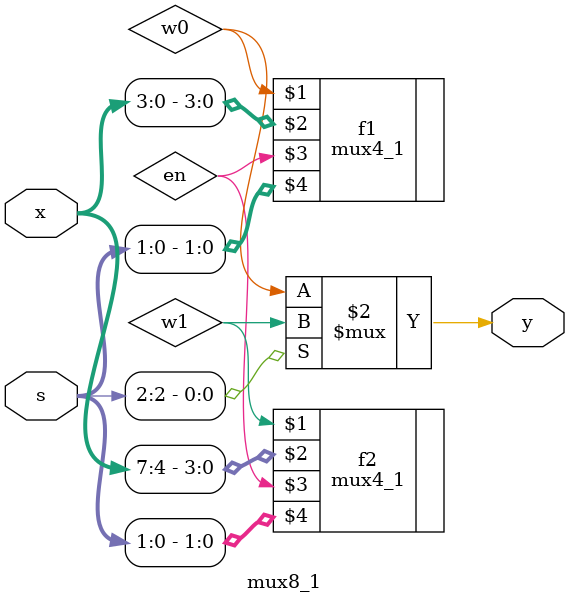
<source format=v>
module mux8_1(
    output y,
    input [7:0] x,
    input [2:0] s
);
wire w0,w1;
mux4_1 f1(w0,x[3:0],en,s[1:0]);
mux4_1 f2(w1,x[7:4],en,s[1:0]);
assign y=(s[2]==1'b1) ? w1 : w0;
endmodule



</source>
